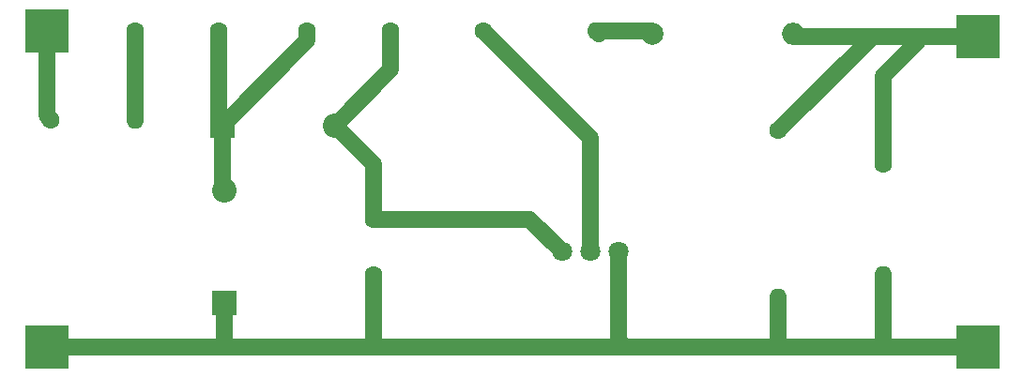
<source format=gbr>
%TF.GenerationSoftware,KiCad,Pcbnew,8.0.3*%
%TF.CreationDate,2024-10-19T22:35:31-05:00*%
%TF.ProjectId,G1 RGB Mod Board,47312052-4742-4204-9d6f-6420426f6172,rev?*%
%TF.SameCoordinates,Original*%
%TF.FileFunction,Copper,L1,Top*%
%TF.FilePolarity,Positive*%
%FSLAX46Y46*%
G04 Gerber Fmt 4.6, Leading zero omitted, Abs format (unit mm)*
G04 Created by KiCad (PCBNEW 8.0.3) date 2024-10-19 22:35:31*
%MOMM*%
%LPD*%
G01*
G04 APERTURE LIST*
%TA.AperFunction,ComponentPad*%
%ADD10R,2.200000X2.200000*%
%TD*%
%TA.AperFunction,ComponentPad*%
%ADD11O,2.200000X2.200000*%
%TD*%
%TA.AperFunction,SMDPad,CuDef*%
%ADD12R,4.000000X4.000000*%
%TD*%
%TA.AperFunction,ComponentPad*%
%ADD13C,1.600000*%
%TD*%
%TA.AperFunction,ComponentPad*%
%ADD14O,1.600000X1.600000*%
%TD*%
%TA.AperFunction,ComponentPad*%
%ADD15C,2.000000*%
%TD*%
%TA.AperFunction,ComponentPad*%
%ADD16O,2.000000X2.000000*%
%TD*%
%TA.AperFunction,ComponentPad*%
%ADD17C,1.800000*%
%TD*%
%TA.AperFunction,Conductor*%
%ADD18C,1.500000*%
%TD*%
G04 APERTURE END LIST*
D10*
%TO.P,D1,1*%
%TO.N,def*%
X32840000Y-25500000D03*
D11*
%TO.P,D1,2*%
X43000000Y-25500000D03*
%TD*%
D10*
%TO.P,D2,1*%
%TO.N,def*%
X33000000Y-41500000D03*
D11*
%TO.P,D2,2*%
X33000000Y-31340000D03*
%TD*%
D12*
%TO.P,Neck GND,1*%
%TO.N,def*%
X101000000Y-45500000D03*
%TD*%
%TO.P,G1,1*%
%TO.N,def*%
X101000000Y-17500000D03*
%TD*%
%TO.P,Chassis GND,1*%
%TO.N,def*%
X17000000Y-45500000D03*
%TD*%
%TO.P,FBT 150-250Vpp,1*%
%TO.N,N/C*%
X17000000Y-17000000D03*
%TD*%
D13*
%TO.P,10kR,1*%
%TO.N,def*%
X56388000Y-17000000D03*
D14*
%TO.P,10kR,2*%
X66548000Y-17000000D03*
%TD*%
D13*
%TO.P,100R,1*%
%TO.N,N/C*%
X17380000Y-25000000D03*
D14*
%TO.P,100R,2*%
X25000000Y-25000000D03*
%TD*%
D15*
%TO.P,100uH,1*%
%TO.N,def*%
X71628000Y-17272000D03*
D16*
%TO.P,100uH,2*%
X84328000Y-17272000D03*
%TD*%
D13*
%TO.P,1nF,1*%
%TO.N,def*%
X40500000Y-17000000D03*
%TO.P,1nF,2*%
X48000000Y-17000000D03*
%TD*%
%TO.P,100nF,1*%
%TO.N,N/C*%
X25000000Y-17000000D03*
%TO.P,100nF,2*%
%TO.N,def*%
X32500000Y-17000000D03*
%TD*%
%TO.P,100nF,1*%
%TO.N,def*%
X92500000Y-29000000D03*
D14*
%TO.P,100nF,2*%
X92500000Y-39000000D03*
%TD*%
D13*
%TO.P,1uF,1*%
%TO.N,def*%
X83000000Y-26000000D03*
D14*
%TO.P,1uF,2*%
X83000000Y-41000000D03*
%TD*%
D13*
%TO.P,22uF,1*%
%TO.N,def*%
X46500000Y-39000000D03*
%TO.P,22uF,2*%
X46500000Y-34000000D03*
%TD*%
D17*
%TO.P,100kR,1*%
%TO.N,def*%
X63475000Y-36925000D03*
%TO.P,100kR,2*%
X66015000Y-36925000D03*
%TO.P,100kR,3*%
X68555000Y-36925000D03*
%TD*%
D18*
%TO.N,def*%
X92500000Y-21020000D02*
X95504000Y-18016000D01*
X95504000Y-18016000D02*
X95504000Y-17500000D01*
X92500000Y-29000000D02*
X92500000Y-21020000D01*
X91440000Y-17560000D02*
X91440000Y-17500000D01*
X83000000Y-26000000D02*
X91440000Y-17560000D01*
X84556000Y-17500000D02*
X101000000Y-17500000D01*
X84328000Y-17272000D02*
X84556000Y-17500000D01*
X71356000Y-17000000D02*
X71628000Y-17272000D01*
X66548000Y-17000000D02*
X71356000Y-17000000D01*
X100264000Y-16764000D02*
X101000000Y-17500000D01*
X66820000Y-17272000D02*
X66548000Y-17000000D01*
X66015000Y-26627000D02*
X56388000Y-17000000D01*
X66015000Y-36925000D02*
X66015000Y-26627000D01*
X92500000Y-45456000D02*
X92456000Y-45500000D01*
X92500000Y-39000000D02*
X92500000Y-45456000D01*
X92456000Y-45500000D02*
X83312000Y-45500000D01*
X101000000Y-45500000D02*
X92456000Y-45500000D01*
X83000000Y-45188000D02*
X83312000Y-45500000D01*
X83000000Y-41000000D02*
X83000000Y-45188000D01*
X83312000Y-45500000D02*
X69088000Y-45500000D01*
X100500000Y-17000000D02*
X101000000Y-17500000D01*
X68555000Y-36925000D02*
X68555000Y-44967000D01*
X69088000Y-45500000D02*
X46736000Y-45500000D01*
X68555000Y-44967000D02*
X69088000Y-45500000D01*
X60550000Y-34000000D02*
X63475000Y-36925000D01*
X46500000Y-34000000D02*
X60550000Y-34000000D01*
X48000000Y-20500000D02*
X43000000Y-25500000D01*
X48000000Y-17000000D02*
X48000000Y-20500000D01*
X40500000Y-17840000D02*
X32840000Y-25500000D01*
X40500000Y-17000000D02*
X40500000Y-17840000D01*
X46500000Y-29000000D02*
X43000000Y-25500000D01*
X46500000Y-34000000D02*
X46500000Y-29000000D01*
X46500000Y-39000000D02*
X46500000Y-45264000D01*
X46736000Y-45500000D02*
X33020000Y-45500000D01*
X46500000Y-45264000D02*
X46736000Y-45500000D01*
X33000000Y-41500000D02*
X33000000Y-45480000D01*
X33000000Y-45480000D02*
X33020000Y-45500000D01*
X33020000Y-45500000D02*
X17000000Y-45500000D01*
X32840000Y-31180000D02*
X33000000Y-31340000D01*
X32840000Y-25500000D02*
X32840000Y-31180000D01*
X32500000Y-25160000D02*
X32840000Y-25500000D01*
X32500000Y-17000000D02*
X32500000Y-25160000D01*
%TO.N,*%
X25000000Y-25000000D02*
X25000000Y-17000000D01*
X17000000Y-24620000D02*
X17380000Y-25000000D01*
X17000000Y-17000000D02*
X17000000Y-24620000D01*
%TD*%
M02*

</source>
